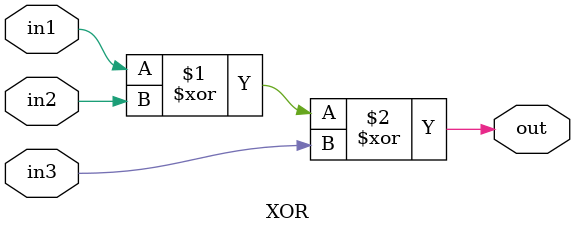
<source format=v>
/* 
//HARDWARE SECURITY PROJECT
G Group 9 - P2
1. Avinash Ayalasomayajula - 0699 6946
2. Samrat Kautilya Chitimalla - 7419 2986
3. Yashwanth Katta - 3451 7972
*/

//CODE FOR XOR GATE

`timescale 1ns / 1ps

module XOR(out,in1,in2,in3);
output out;
input in1,in2,in3;
assign out = in1 ^ in2 ^ in3;
endmodule

</source>
